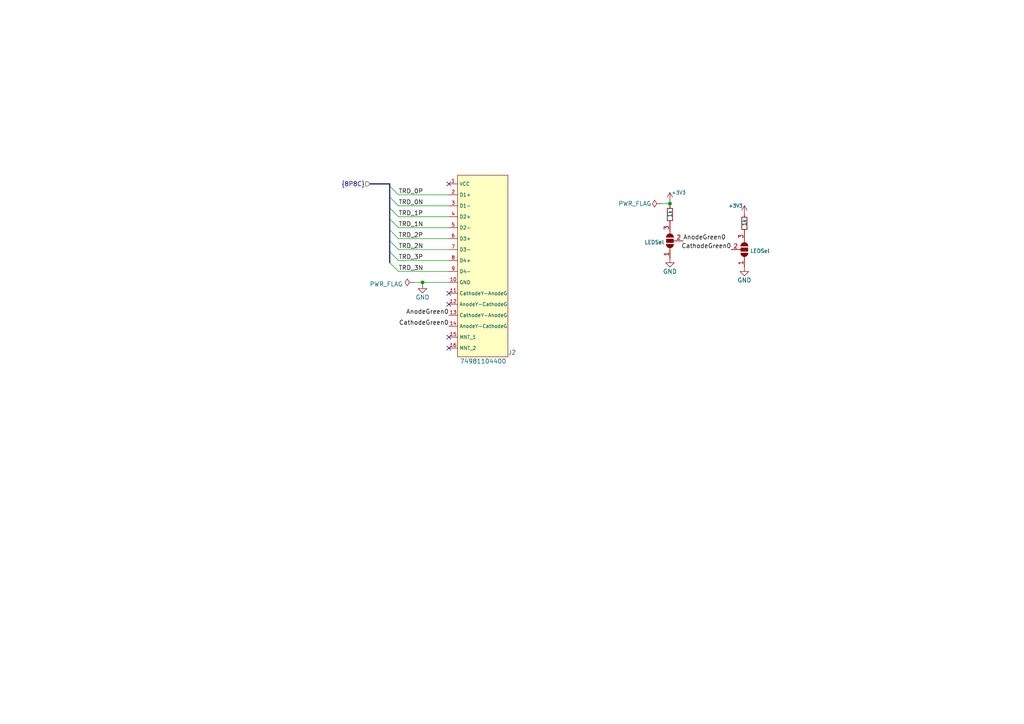
<source format=kicad_sch>
(kicad_sch (version 20211123) (generator eeschema)
  (paper "A4")
  (lib_symbols
    (symbol "Device:R_Small" (pin_numbers hide) (pin_names (offset 0.254) hide)
      (property "Reference" "R" (at 0.762 0.508 0))
      (property "Value" "R_Small" (at 0.762 -1.016 0))
      (symbol "R_Small_0_1"
        (rectangle (start -0.762 1.778) (end 0.762 -1.778) (stroke (width 0.2032)))
      )
      (symbol "R_Small_1_1"
        (pin passive line (at 0 2.54 270) (length 0.762) (name "~") (number "1"))
        (pin passive line (at 0 -2.54 90) (length 0.762) (name "~") (number "2"))
      )
    )
    (symbol "Jumper:SolderJumper_3_Open" (pin_names (offset 0) hide)
      (property "Reference" "JP" (at -2.54 -2.54 0))
      (property "Value" "SolderJumper_3_Open" (at 0 2.794 0))
      (symbol "SolderJumper_3_Open_0_1"
        (arc (start -1.016 1.016) (mid -2.032 0) (end -1.016 -1.016))
        (arc (start -1.016 1.016) (mid -2.032 0) (end -1.016 -1.016) (fill (type outline)))
        (rectangle (start -0.508 1.016) (end 0.508 -1.016) (fill (type outline)))
        (polyline (pts (xy -2.54 0) (xy -2.032 0)))
        (polyline (pts (xy -1.016 1.016) (xy -1.016 -1.016)))
        (polyline (pts (xy 0 -1.27) (xy 0 -1.016)))
        (polyline (pts (xy 1.016 1.016) (xy 1.016 -1.016)))
        (polyline (pts (xy 2.54 0) (xy 2.032 0)))
        (arc (start 1.016 -1.016) (mid 2.032 0) (end 1.016 1.016))
        (arc (start 1.016 -1.016) (mid 2.032 0) (end 1.016 1.016) (fill (type outline)))
      )
      (symbol "SolderJumper_3_Open_1_1"
        (pin passive line (at -5.08 0 0) (length 2.54) (name "A") (number "1"))
        (pin input line (at 0 -3.81 90) (length 2.54) (name "C") (number "2"))
        (pin passive line (at 5.08 0 180) (length 2.54) (name "B") (number "3"))
      )
    )
    (symbol "power:+3V3" (power) (pin_names (offset 0))
      (property "Value" "+3V3" (at 0 3.556 0))
      (symbol "+3V3_0_1"
        (polyline (pts (xy -0.762 1.27) (xy 0 2.54)))
        (polyline (pts (xy 0 0) (xy 0 2.54)))
        (polyline (pts (xy 0 2.54) (xy 0.762 1.27)))
      )
      (symbol "+3V3_1_1"
        (pin power_in line (at 0 0 90) (length 0) hide (name "+3V3") (number "1"))
      )
    )
    (symbol "power:GND" (power) (pin_names (offset 0))
      (property "Value" "GND" (at 0 -3.81 0))
      (symbol "GND_0_1"
        (polyline (pts (xy 0 0) (xy 0 -1.27) (xy 1.27 -1.27) (xy 0 -2.54) (xy -1.27 -1.27) (xy 0 -1.27)))
      )
      (symbol "GND_1_1"
        (pin power_in line (at 0 0 270) (length 0) hide (name "GND") (number "1"))
      )
    )
    (symbol "power:PWR_FLAG" (power) (pin_numbers hide) (pin_names (offset 0) hide)
      (property "Value" "PWR_FLAG" (at 0 3.81 0))
      (symbol "PWR_FLAG_0_0"
        (pin power_out line (at 0 0 90) (length 0) (name "pwr") (number "1"))
      )
      (symbol "PWR_FLAG_0_1"
        (polyline (pts (xy 0 0) (xy 0 1.27) (xy -1.016 1.905) (xy 0 2.54) (xy 1.016 1.905) (xy 0 1.27)))
      )
    )
    (symbol "tkl_conn:74981104400" (pin_names (offset 0.5))
      (property "Reference" "J" (at 4.445 -35.56 0))
      (property "Value" "74981104400" (at -1.27 -33.02 0))
      (symbol "74981104400_1_1"
        (rectangle (start -1.905 21.59) (end 12.7 -31.115) (fill (type background)))
        (pin power_in line (at -4.445 19.05 0) (length 2.54) (name "VCC") (number "1"))
        (pin power_in line (at -4.445 -9.525 0) (length 2.54) (name "GND") (number "10"))
        (pin passive line (at -4.445 -12.7 0) (length 2.54) (name "CathodeY-AnodeG") (number "11"))
        (pin passive line (at -4.445 -15.875 0) (length 2.54) (name "AnodeY-CathodeG") (number "12"))
        (pin passive line (at -4.445 -19.05 0) (length 2.54) (name "CathodeY-AnodeG") (number "13"))
        (pin passive line (at -4.445 -22.225 0) (length 2.54) (name "AnodeY-CathodeG") (number "14"))
        (pin passive line (at -4.445 -25.4 0) (length 2.54) (name "MNT_1") (number "15"))
        (pin passive line (at -4.445 -28.575 0) (length 2.54) (name "MNT_2") (number "16"))
        (pin passive line (at -4.445 15.875 0) (length 2.54) (name "D1+") (number "2"))
        (pin passive line (at -4.445 12.7 0) (length 2.54) (name "D1-") (number "3"))
        (pin passive line (at -4.445 9.525 0) (length 2.54) (name "D2+") (number "4"))
        (pin passive line (at -4.445 6.35 0) (length 2.54) (name "D2-") (number "5"))
        (pin passive line (at -4.445 3.175 0) (length 2.54) (name "D3+") (number "6"))
        (pin passive line (at -4.445 0 0) (length 2.54) (name "D3-") (number "7"))
        (pin passive line (at -4.445 -3.175 0) (length 2.54) (name "D4+") (number "8"))
        (pin passive line (at -4.445 -6.35 0) (length 2.54) (name "D4-") (number "9"))
      )
    )
  )
  (junction (at 194.31 59.055))
  (junction (at 122.555 81.915))
  (no_connect (at 130.175 100.965))
  (no_connect (at 130.175 53.34))
  (no_connect (at 130.175 97.79))
  (no_connect (at 130.175 88.265))
  (no_connect (at 130.175 85.09))
  (bus_entry (at 113.03 60.325) (size 2.54 2.54))
  (bus_entry (at 113.03 57.15) (size 2.54 2.54))
  (bus_entry (at 113.03 63.5) (size 2.54 2.54))
  (bus_entry (at 113.03 66.675) (size 2.54 2.54))
  (bus_entry (at 113.03 53.975) (size 2.54 2.54))
  (bus_entry (at 113.03 76.2) (size 2.54 2.54))
  (bus_entry (at 113.03 73.025) (size 2.54 2.54))
  (bus_entry (at 113.03 69.85) (size 2.54 2.54))
  (bus (pts (xy 113.03 63.5) (xy 113.03 66.675)))
  (bus (pts (xy 113.03 66.675) (xy 113.03 69.85)))
  (wire (pts (xy 115.57 66.04) (xy 130.175 66.04)))
  (wire (pts (xy 115.57 59.69) (xy 130.175 59.69)))
  (wire (pts (xy 115.57 72.39) (xy 130.175 72.39)))
  (wire (pts (xy 115.57 69.215) (xy 130.175 69.215)))
  (wire (pts (xy 115.57 75.565) (xy 130.175 75.565)))
  (bus (pts (xy 113.03 60.325) (xy 113.03 63.5)))
  (bus (pts (xy 113.03 53.34) (xy 113.03 53.975)))
  (wire (pts (xy 120.015 81.915) (xy 122.555 81.915)))
  (bus (pts (xy 113.03 73.025) (xy 113.03 76.2)))
  (wire (pts (xy 115.57 62.865) (xy 130.175 62.865)))
  (wire (pts (xy 130.175 81.915) (xy 122.555 81.915)))
  (wire (pts (xy 191.77 59.055) (xy 194.31 59.055)))
  (wire (pts (xy 122.555 81.915) (xy 122.555 82.423)))
  (bus (pts (xy 107.315 53.34) (xy 113.03 53.34)))
  (bus (pts (xy 113.03 53.975) (xy 113.03 57.15)))
  (wire (pts (xy 194.31 59.055) (xy 194.31 59.69)))
  (wire (pts (xy 194.31 59.055) (xy 194.31 58.42)))
  (wire (pts (xy 115.57 56.515) (xy 130.175 56.515)))
  (wire (pts (xy 115.57 78.74) (xy 130.175 78.74)))
  (bus (pts (xy 113.03 69.85) (xy 113.03 73.025)))
  (bus (pts (xy 113.03 57.15) (xy 113.03 60.325)))
  (label "TRD_2P" (at 115.57 69.215 0))
  (label "AnodeGreen0" (at 130.175 91.44 180))
  (label "CathodeGreen0" (at 212.09 72.39 180))
  (label "TRD_1P" (at 115.57 62.865 0))
  (label "TRD_3P" (at 115.57 75.565 0))
  (label "AnodeGreen0" (at 198.12 69.85 0))
  (label "CathodeGreen0" (at 130.175 94.615 180))
  (label "TRD_2N" (at 115.57 72.39 0))
  (label "TRD_3N" (at 115.57 78.74 0))
  (label "TRD_0N" (at 115.57 59.69 0))
  (label "TRD_1N" (at 115.57 66.04 0))
  (label "TRD_0P" (at 115.57 56.515 0))
  (hierarchical_label "{8P8C}" (shape input) (at 107.315 53.34 180))
  (symbol (lib_id "power:PWR_FLAG") (at 120.015 81.915 90)
    (property "Reference" "#FLG0105" (effects hide))
    (property "Value" "PWR_FLAG" (at 116.8401 82.394 90) (effects (justify left)))
  )
  (symbol (lib_id "Device:R_Small") (at 194.31 62.23 180)
    (property "Reference" "R1" (effects hide))
    (property "Value" "1k" (at 194.31 60.96 90) (effects (font (size 1.1 1.1)) (justify left)))
    (property "Footprint" "Resistor_SMD:R_0603_1608Metric" (effects hide))
  )
  (symbol (lib_id "power:GND") (at 122.555 82.423 0)
    (property "Reference" "#PWR0106" (effects hide))
    (property "Value" "GND" (at 122.555 86.233 0))
  )
  (symbol (lib_id "power:GND") (at 194.31 74.93 0)
    (property "Reference" "#PWR0102" (effects hide))
    (property "Value" "GND" (at 194.31 78.74 0))
  )
  (symbol (lib_id "Jumper:SolderJumper_3_Open") (at 215.9 72.39 270) (mirror x)
    (property "Reference" "JP2" (effects hide))
    (property "Value" "LEDSel" (at 217.5509 72.8049 90) (effects (font (size 1.1 1.1)) (justify left)))
    (property "Footprint" "Jumper:SolderJumper-3_P1.3mm_Open_RoundedPad1.0x1.5mm" (effects hide))
  )
  (symbol (lib_id "Device:R_Small") (at 215.9 64.77 0) (mirror x)
    (property "Reference" "R2" (effects hide))
    (property "Value" "1k" (at 215.9 63.5 90) (effects (font (size 1.1 1.1)) (justify left)))
    (property "Footprint" "Resistor_SMD:R_0603_1608Metric" (effects hide))
  )
  (symbol (lib_id "power:+3V3") (at 215.9 62.23 0) (mirror y)
    (property "Reference" "#PWR0104" (effects hide))
    (property "Value" "+3V3" (at 213.36 59.69 0) (effects (font (size 1 1))))
  )
  (symbol (lib_id "power:GND") (at 215.9 77.47 0) (mirror y)
    (property "Reference" "#PWR0103" (effects hide))
    (property "Value" "GND" (at 215.9 81.28 0))
  )
  (symbol (lib_id "power:+3V3") (at 194.31 58.42 0)
    (property "Reference" "#PWR0105" (effects hide))
    (property "Value" "+3V3" (at 196.85 55.88 0) (effects (font (size 1 1))))
  )
  (symbol (lib_id "Jumper:SolderJumper_3_Open") (at 194.31 69.85 90)
    (property "Reference" "JP1" (effects hide))
    (property "Value" "LEDSel" (at 192.6591 70.2649 90) (effects (font (size 1.1 1.1)) (justify left)))
    (property "Footprint" "Jumper:SolderJumper-3_P1.3mm_Open_RoundedPad1.0x1.5mm" (effects hide))
  )
  (symbol (lib_id "power:PWR_FLAG") (at 191.77 59.055 90)
    (property "Reference" "#FLG0102" (effects hide))
    (property "Value" "PWR_FLAG" (at 184.15 59.055 90))
  )
  (symbol (lib_id "tkl_conn:74981104400") (at 134.62 72.39 0)
    (property "Reference" "J2" (at 147.32 102.235 0) (effects (justify left)))
    (property "Value" "74981104400" (at 133.35 104.775 0) (effects (justify left)))
    (property "Footprint" "tkl_conn:Wurth_Electronics-74981104400" (effects hide))
    (property "Datasheet" "https://katalog.we-online.com/pbs/datasheet/74981104400.pdf" (effects hide))
    (property "automotive" "No" (effects hide))
    (property "category" "Conn" (effects hide))
    (property "device class L1" "Connectors" (effects hide))
    (property "device class L2" "Modular / Ethernet Connectors" (effects hide))
    (property "device class L3" "unset" (effects hide))
    (property "height" "13.85mm" (effects hide))
    (property "is connector" "yes" (effects hide))
    (property "is female" "yes" (effects hide))
    (property "is male" "yes" (effects hide))
    (property "lead free" "Yes" (effects hide))
    (property "library id" "bc882b53e5efc3ba" (effects hide))
    (property "manufacturer" "Wurth Electronics" (effects hide))
    (property "number of contacts" "10" (effects hide))
    (property "package" "PTH_CONN_LAN" (effects hide))
    (property "pitch" "1.27mm" (effects hide))
    (property "rohs" "Yes" (effects hide))
    (property "shielding" "true" (effects hide))
    (property "temperature range high" "+85°C" (effects hide))
    (property "temperature range low" "-40°C" (effects hide))
  )
)
</source>
